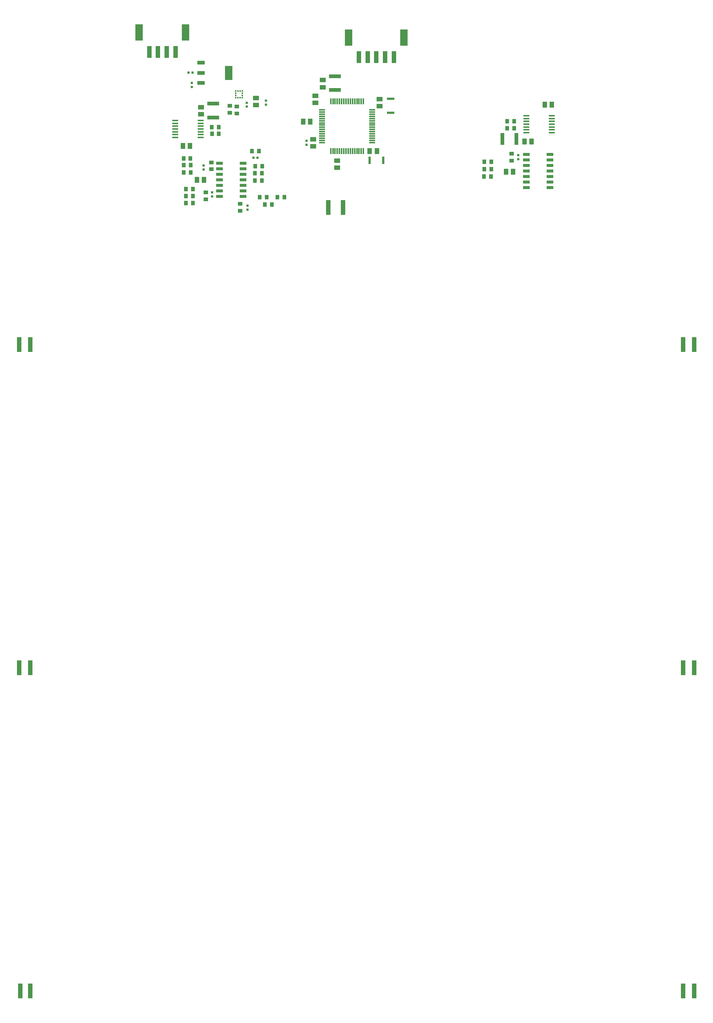
<source format=gbr>
G04 #@! TF.GenerationSoftware,KiCad,Pcbnew,5.1.4-e60b266~84~ubuntu19.04.1*
G04 #@! TF.CreationDate,2019-10-22T08:35:31-04:00*
G04 #@! TF.ProjectId,Forward_acceleration_board,466f7277-6172-4645-9f61-6363656c6572,rev?*
G04 #@! TF.SameCoordinates,Original*
G04 #@! TF.FileFunction,Paste,Top*
G04 #@! TF.FilePolarity,Positive*
%FSLAX46Y46*%
G04 Gerber Fmt 4.6, Leading zero omitted, Abs format (unit mm)*
G04 Created by KiCad (PCBNEW 5.1.4-e60b266~84~ubuntu19.04.1) date 2019-10-22 08:35:31*
%MOMM*%
%LPD*%
G04 APERTURE LIST*
%ADD10R,1.000000X2.700000*%
%ADD11R,1.800000X3.800000*%
%ADD12R,1.470000X1.100000*%
%ADD13R,1.000000X3.500000*%
%ADD14R,1.100000X1.470000*%
%ADD15R,1.000000X0.900000*%
%ADD16R,1.475000X0.450000*%
%ADD17R,0.900000X1.000000*%
%ADD18R,0.350000X0.300000*%
%ADD19R,0.300000X0.350000*%
%ADD20R,0.620000X0.600000*%
%ADD21R,2.820000X0.810000*%
%ADD22R,0.300000X1.475000*%
%ADD23R,1.475000X0.300000*%
%ADD24R,0.810000X2.820000*%
%ADD25R,1.500000X0.650000*%
%ADD26R,0.620000X1.820000*%
%ADD27R,1.820000X0.620000*%
%ADD28R,1.750000X3.200000*%
%ADD29R,1.750000X0.950000*%
%ADD30R,0.600000X0.620000*%
G04 APERTURE END LIST*
D10*
X136600000Y-41900000D03*
X138600000Y-41900000D03*
X140600000Y-41900000D03*
X142600000Y-41900000D03*
D11*
X134250000Y-37450000D03*
X144950000Y-37450000D03*
D12*
X174700000Y-52040000D03*
X174700000Y-53660000D03*
D13*
X181100000Y-77650000D03*
D14*
X224345000Y-62475000D03*
X222725000Y-62475000D03*
D15*
X156650000Y-56075000D03*
X156650000Y-54475000D03*
D13*
X106725000Y-183410000D03*
X261640000Y-257690000D03*
D14*
X171910000Y-57912000D03*
X173530000Y-57912000D03*
D13*
X109250000Y-183410000D03*
X109300000Y-109130000D03*
D16*
X223137000Y-60475000D03*
X223137000Y-59825000D03*
X223137000Y-59175000D03*
X223137000Y-58525000D03*
X223137000Y-57875000D03*
X223137000Y-57225000D03*
X223137000Y-56575000D03*
X229013000Y-56575000D03*
X229013000Y-57225000D03*
X229013000Y-57875000D03*
X229013000Y-58525000D03*
X229013000Y-59175000D03*
X229013000Y-59825000D03*
X229013000Y-60475000D03*
D17*
X162500000Y-68225000D03*
X160900000Y-68225000D03*
D13*
X259100000Y-183410000D03*
D17*
X215095013Y-68824995D03*
X213495013Y-68824995D03*
D18*
X157950000Y-51425000D03*
X157950000Y-51925000D03*
D19*
X157950000Y-52425000D03*
X157450000Y-52425000D03*
X156950000Y-52425000D03*
X156450000Y-52425000D03*
D18*
X156450000Y-51925000D03*
X156450000Y-51425000D03*
D19*
X156450000Y-50925000D03*
X156950000Y-50925000D03*
X157450000Y-50925000D03*
X157950000Y-50925000D03*
D20*
X159100000Y-77240000D03*
X159100000Y-78160000D03*
X149100000Y-68015000D03*
X149100000Y-68935000D03*
D15*
X149570000Y-75840000D03*
X149570000Y-74240000D03*
D12*
X176438000Y-48410000D03*
X176438000Y-50030000D03*
D21*
X151250000Y-53800000D03*
X151250000Y-57000000D03*
D13*
X261640000Y-109130000D03*
D22*
X178245015Y-53253247D03*
X178745015Y-53253247D03*
X179245015Y-53253247D03*
X179745015Y-53253247D03*
X180245015Y-53253247D03*
X180745015Y-53253247D03*
X181245015Y-53253247D03*
X181745015Y-53253247D03*
X182245015Y-53253247D03*
X182745015Y-53253247D03*
X183245015Y-53253247D03*
X183745015Y-53253247D03*
X184245015Y-53253247D03*
X184745015Y-53253247D03*
X185245015Y-53253247D03*
X185745015Y-53253247D03*
D23*
X187733015Y-55241247D03*
X187733015Y-55741247D03*
X187733015Y-56241247D03*
X187733015Y-56741247D03*
X187733015Y-57241247D03*
X187733015Y-57741247D03*
X187733015Y-58241247D03*
X187733015Y-58741247D03*
X187733015Y-59241247D03*
X187733015Y-59741247D03*
X187733015Y-60241247D03*
X187733015Y-60741247D03*
X187733015Y-61241247D03*
X187733015Y-61741247D03*
X187733015Y-62241247D03*
X187733015Y-62741247D03*
D22*
X185745015Y-64729247D03*
X185245015Y-64729247D03*
X184745015Y-64729247D03*
X184245015Y-64729247D03*
X183745015Y-64729247D03*
X183245015Y-64729247D03*
X182745015Y-64729247D03*
X182245015Y-64729247D03*
X181745015Y-64729247D03*
X181245015Y-64729247D03*
X180745015Y-64729247D03*
X180245015Y-64729247D03*
X179745015Y-64729247D03*
X179245015Y-64729247D03*
X178745015Y-64729247D03*
X178245015Y-64729247D03*
D23*
X176257015Y-62741247D03*
X176257015Y-62241247D03*
X176257015Y-61741247D03*
X176257015Y-61241247D03*
X176257015Y-60741247D03*
X176257015Y-60241247D03*
X176257015Y-59741247D03*
X176257015Y-59241247D03*
X176257015Y-58741247D03*
X176257015Y-58241247D03*
X176257015Y-57741247D03*
X176257015Y-57241247D03*
X176257015Y-56741247D03*
X176257015Y-56241247D03*
X176257015Y-55741247D03*
X176257015Y-55241247D03*
D13*
X106760000Y-109130000D03*
D17*
X160125000Y-64700000D03*
X161725000Y-64700000D03*
X152575000Y-60775000D03*
X150975000Y-60775000D03*
D13*
X106980000Y-257690000D03*
D17*
X166022000Y-75266000D03*
X167622000Y-75266000D03*
D15*
X219725000Y-65300000D03*
X219725000Y-66900000D03*
D13*
X261640000Y-183410000D03*
D17*
X218750000Y-57850000D03*
X220350000Y-57850000D03*
X215075000Y-67200000D03*
X213475000Y-67200000D03*
X218750000Y-59425000D03*
X220350000Y-59425000D03*
D13*
X259100000Y-257690000D03*
D17*
X213400000Y-70600000D03*
X215000000Y-70600000D03*
X146050000Y-66375000D03*
X144450000Y-66375000D03*
D13*
X259100000Y-109130000D03*
D17*
X152540011Y-59194993D03*
X150940011Y-59194993D03*
D13*
X177650000Y-77650000D03*
D20*
X146375000Y-49960000D03*
X146375000Y-49040000D03*
D24*
X217675000Y-61925000D03*
X220875000Y-61925000D03*
D17*
X144500000Y-69600000D03*
X146100000Y-69600000D03*
D15*
X150800000Y-67300000D03*
X150800000Y-68900000D03*
D21*
X179163000Y-47495000D03*
X179163000Y-50695000D03*
D17*
X146600000Y-75075000D03*
X145000000Y-75075000D03*
X145025000Y-76675000D03*
X146625000Y-76675000D03*
X162450000Y-71450000D03*
X160850000Y-71450000D03*
D25*
X228583000Y-65494000D03*
X228583000Y-66764000D03*
X228583000Y-68034000D03*
X228583000Y-69304000D03*
X228583000Y-70574000D03*
X228583000Y-71844000D03*
X228583000Y-73114000D03*
X223183000Y-73114000D03*
X223183000Y-71844000D03*
X223183000Y-70574000D03*
X223183000Y-69304000D03*
X223183000Y-68034000D03*
X223183000Y-66764000D03*
X223183000Y-65494000D03*
D12*
X174244000Y-63596000D03*
X174244000Y-61976000D03*
D20*
X172720000Y-63246000D03*
X172720000Y-62326000D03*
D17*
X146625000Y-73475000D03*
X145025000Y-73475000D03*
X161958000Y-75266000D03*
X163558000Y-75266000D03*
X146075000Y-67950000D03*
X144475000Y-67950000D03*
D15*
X157475000Y-76850000D03*
X157475000Y-78450000D03*
D26*
X190322000Y-66802000D03*
X187122000Y-66802000D03*
D14*
X188816000Y-64729000D03*
X187196000Y-64729000D03*
D12*
X189484000Y-52784000D03*
X189484000Y-54404000D03*
D14*
X218465000Y-69500000D03*
X220085000Y-69500000D03*
X227359000Y-54064000D03*
X228979000Y-54064000D03*
X147540000Y-71350000D03*
X149160000Y-71350000D03*
D25*
X158125000Y-67515000D03*
X158125000Y-68785000D03*
X158125000Y-70055000D03*
X158125000Y-71325000D03*
X158125000Y-72595000D03*
X158125000Y-73865000D03*
X158125000Y-75135000D03*
X152725000Y-75135000D03*
X152725000Y-73865000D03*
X152725000Y-72595000D03*
X152725000Y-71325000D03*
X152725000Y-70055000D03*
X152725000Y-68785000D03*
X152725000Y-67515000D03*
D27*
X192024000Y-52680000D03*
X192024000Y-55880000D03*
D13*
X109250000Y-257690000D03*
D14*
X145910000Y-63500000D03*
X144290000Y-63500000D03*
D20*
X158975000Y-54510000D03*
X158975000Y-53590000D03*
D12*
X161075000Y-54135000D03*
X161075000Y-52515000D03*
D28*
X154800000Y-46725000D03*
D29*
X148500000Y-49025000D03*
X148500000Y-46725000D03*
X148500000Y-44425000D03*
D30*
X160505000Y-66200000D03*
X161425000Y-66200000D03*
D20*
X221300000Y-65640000D03*
X221300000Y-66560000D03*
X163350000Y-54075000D03*
X163350000Y-53155000D03*
D12*
X179700000Y-68535000D03*
X179700000Y-66915000D03*
D15*
X155050000Y-55900000D03*
X155050000Y-54300000D03*
D12*
X148475000Y-54640000D03*
X148475000Y-56260000D03*
D17*
X164700000Y-77025000D03*
X163100000Y-77025000D03*
D16*
X148413000Y-57675000D03*
X148413000Y-58325000D03*
X148413000Y-58975000D03*
X148413000Y-59625000D03*
X148413000Y-60275000D03*
X148413000Y-60925000D03*
X148413000Y-61575000D03*
X142537000Y-61575000D03*
X142537000Y-60925000D03*
X142537000Y-60275000D03*
X142537000Y-59625000D03*
X142537000Y-58975000D03*
X142537000Y-58325000D03*
X142537000Y-57675000D03*
D20*
X151050000Y-75160000D03*
X151050000Y-74240000D03*
D30*
X145600000Y-46700000D03*
X146520000Y-46700000D03*
D11*
X195072000Y-38650000D03*
X182372000Y-38650000D03*
D10*
X192722000Y-43100000D03*
X190722000Y-43100000D03*
X188722000Y-43100000D03*
X186722000Y-43100000D03*
X184722000Y-43100000D03*
D17*
X162450000Y-69825000D03*
X160850000Y-69825000D03*
M02*

</source>
